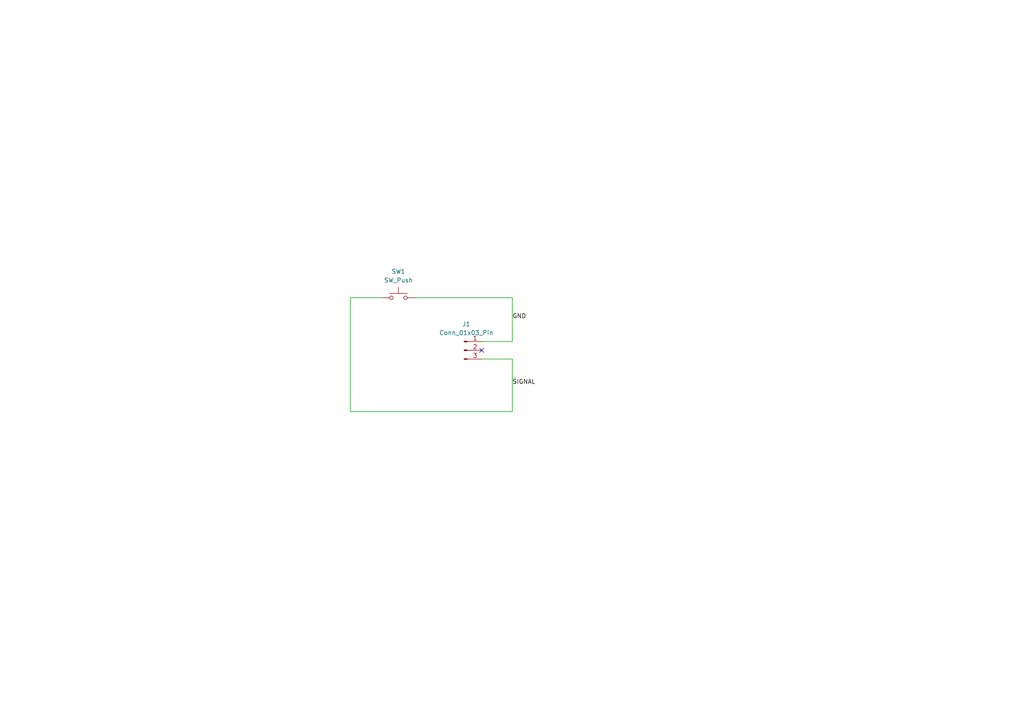
<source format=kicad_sch>
(kicad_sch (version 20231120) (generator "eeschema") (generator_version "8.0")
  (paper "A4")
  (title_block (title "BitMakeLab Button") (date "2024-05-13") (rev "1") (company "Think Create Learn"))
  (lib_symbols
    (symbol "Connector:Conn_01x03_Pin" (pin_names (offset 1.016) hide)
      (property "Reference" "J" (at 0 5.08 0))
      (property "Value" "Conn_01x03_Pin" (at 0 -5.08 0))
      (symbol "Conn_01x03_Pin_1_1"
        (polyline (pts (xy 1.27 -2.54) (xy 0.8636 -2.54)) (stroke (width 0.1524)))
        (polyline (pts (xy 1.27 0) (xy 0.8636 0)) (stroke (width 0.1524)))
        (polyline (pts (xy 1.27 2.54) (xy 0.8636 2.54)) (stroke (width 0.1524)))
        (rectangle (start 0.8636 -2.413) (end 0 -2.667) (stroke (width 0.1524)) (fill (type outline)))
        (rectangle (start 0.8636 0.127) (end 0 -0.127) (stroke (width 0.1524)) (fill (type outline)))
        (rectangle (start 0.8636 2.667) (end 0 2.413) (stroke (width 0.1524)) (fill (type outline)))
        (pin passive line (at 5.08 2.54 180) (length 3.81) (name "Pin_1") (number "1"))
        (pin passive line (at 5.08 0 180) (length 3.81) (name "Pin_2") (number "2"))
        (pin passive line (at 5.08 -2.54 180) (length 3.81) (name "Pin_3") (number "3"))
      )
    )
    (symbol "Switch:SW_Push" (pin_numbers hide) (pin_names (offset 1.016) hide)
      (property "Reference" "SW" (at 1.27 2.54 0))
      (property "Value" "SW_Push" (at 0 -1.524 0))
      (symbol "SW_Push_0_1"
        (circle (center -2.032 0) (radius 0.508))
        (polyline (pts (xy 0 1.27) (xy 0 3.048)))
        (polyline (pts (xy 2.54 1.27) (xy -2.54 1.27)))
        (circle (center 2.032 0) (radius 0.508))
        (pin passive line (at -5.08 0 0) (length 2.54) (name "1") (number "1"))
        (pin passive line (at 5.08 0 180) (length 2.54) (name "2") (number "2"))
      )
    )
  )
  (no_connect (at 139.7 101.6))
  (wire (pts (xy 148.59 99.06) (xy 148.59 86.36)))
  (wire (pts (xy 101.6 119.38) (xy 101.6 86.36)))
  (wire (pts (xy 120.65 86.36) (xy 148.59 86.36)))
  (wire (pts (xy 139.7 99.06) (xy 148.59 99.06)))
  (wire (pts (xy 101.6 86.36) (xy 110.49 86.36)))
  (wire (pts (xy 148.59 104.14) (xy 148.59 119.38)))
  (wire (pts (xy 148.59 119.38) (xy 101.6 119.38)))
  (wire (pts (xy 139.7 104.14) (xy 148.59 104.14)))
  (label "SIGNAL" (at 148.59 111.76 0))
  (label "GND" (at 148.59 92.71 0))
  (symbol (lib_id "Switch:SW_Push") (at 115.57 86.36 0) (unit 1)
    (property "Reference" "SW1" (at 115.57 78.74 0))
    (property "Value" "SW_Push" (at 115.57 81.28 0))
    (property "Footprint" "Button_Switch_THT:SW_SPST_Omron_B3F-40xx" (effects (hide yes)))
    (property "Description" "Push button switch, generic, two pins" (effects (hide yes)))
  )
  (symbol (lib_id "Connector:Conn_01x03_Pin") (at 134.62 101.6 0) (unit 1)
    (property "Reference" "J1" (at 135.255 93.98 0))
    (property "Value" "Conn_01x03_Pin" (at 135.255 96.52 0))
    (property "Footprint" "Connector_PinHeader_2.54mm:PinHeader_1x03_P2.54mm_Vertical" (effects (hide yes)))
    (property "Description" "Generic connector, single row, 01x03, script generated" (effects (hide yes)))
  )
)
</source>
